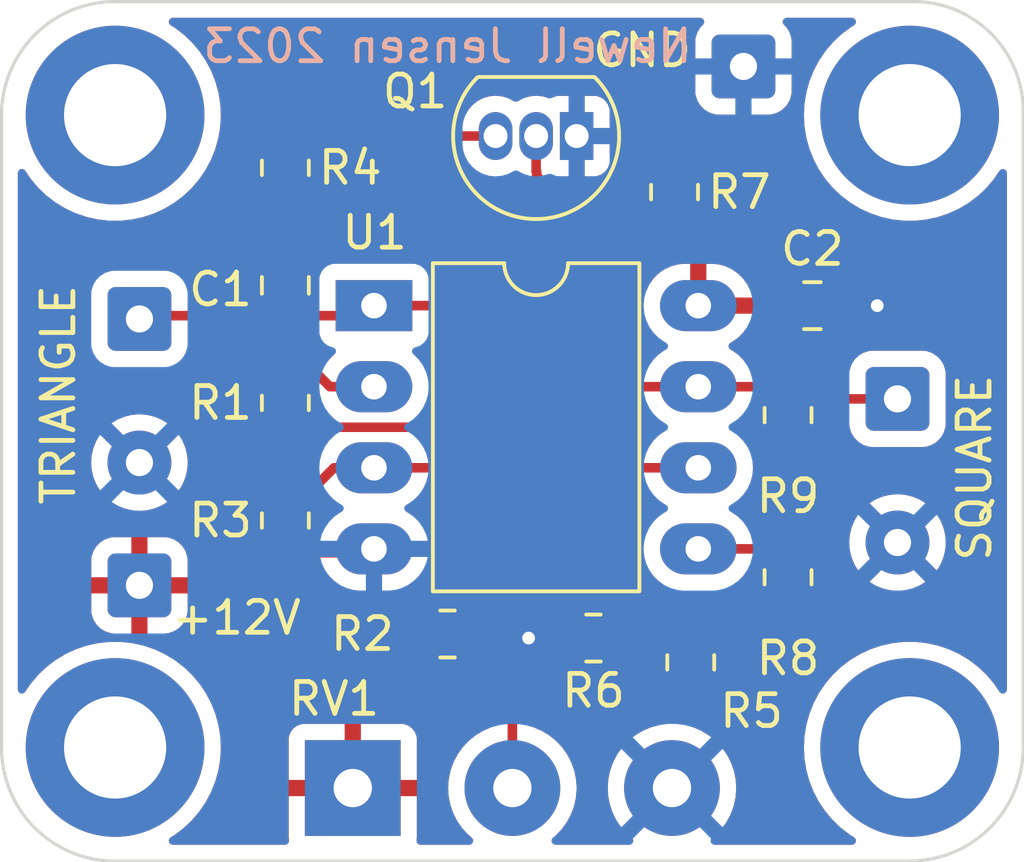
<source format=kicad_pcb>
(kicad_pcb (version 20211014) (generator pcbnew)
  (title_block (title "LM358 VCO") (date "2023-06-25") (company "Newell Jensen"))
  (layers (0 "F.Cu" signal) (31 "B.Cu" signal) (34 "B.Paste" user) (35 "F.Paste" user) (36 "B.SilkS" user "B.Silkscreen") (37 "F.SilkS" user "F.Silkscreen") (38 "B.Mask" user) (39 "F.Mask" user) (44 "Edge.Cuts" user))
  (net 0 "")
  (net 1 "Net-(C1-Pad1)")
  (net 2 "Net-(C1-Pad2)")
  (net 3 "GNDREF")
  (net 4 "Net-(J2-Pad1)")
  (net 5 "Net-(Q1-Pad2)")
  (net 6 "Net-(Q1-Pad3)")
  (net 7 "Net-(R1-Pad1)")
  (net 8 "Net-(R2-Pad2)")
  (net 9 "Net-(R5-Pad1)")
  (net 10 "+12V")
  (net 11 "Net-(R8-Pad1)")
  (footprint "Connector_Wire:SolderWire-0.25sqmm_1x02_P4.5mm_D0.65mm_OD2mm" (layer "F.Cu") (at 116.967 65.659 -90)
    (fp_text reference "SQUARE" (at 2.159 -2.413 90) (layer "F.SilkS"))
    (fp_text value "Conn_Coaxial" hide)
    (pad "1" thru_hole roundrect locked (at 0 0 270) (size 2 2) (drill 0.85) (layers *.Cu *.Mask) (roundrect_rratio 0.125) (net 4 "Net-(J2-Pad1)"))
    (pad "2" thru_hole circle locked (at 4.5 0 270) (size 2 2) (drill 0.85) (layers *.Cu *.Mask) (net 3 "GNDREF"))
  )
  (footprint "MountingHole:MountingHole_3.2mm_M3_DIN965_Pad" (layer "F.Cu") (at 92.456 76.581)
    (fp_text reference "REF**" hide)
    (fp_text value "MountingHole_3.2mm_M3_DIN965_Pad" hide)
    (pad "1" thru_hole circle locked (at 0 0) (size 5.6 5.6) (drill 3.2) (layers *.Cu *.Mask))
  )
  (footprint "Resistor_SMD:R_0805_2012Metric" (layer "F.Cu") (at 113.538 66.167 90)
    (fp_text reference "R9" (at -2.54 0) (layer "F.SilkS"))
    (fp_text value "100k" hide)
    (fp_line (start -0.227064 0.735) (end 0.227064 0.735) (layer "F.SilkS") (width 0.12))
    (fp_line (start -0.227064 -0.735) (end 0.227064 -0.735) (layer "F.SilkS") (width 0.12))
    (pad "1" smd roundrect locked (at -0.9125 0 90) (size 1.025 1.4) (layers "F.Cu" "F.Paste" "F.Mask") (roundrect_rratio 0.243902439) (net 11 "Net-(R8-Pad1)"))
    (pad "2" smd roundrect locked (at 0.9125 0 90) (size 1.025 1.4) (layers "F.Cu" "F.Paste" "F.Mask") (roundrect_rratio 0.243902439) (net 4 "Net-(J2-Pad1)"))
  )
  (footprint "Connector_Wire:SolderWire-0.25sqmm_1x01_D0.65mm_OD2mm" (layer "F.Cu") (at 93.218 71.501 180)
    (fp_text reference "+12V" (at -3.048 -1.016 180) (layer "F.SilkS"))
    (fp_text value "Conn_01x01" hide)
    (pad "1" thru_hole roundrect locked (at 0 0 180) (size 2 2) (drill 0.85) (layers *.Cu *.Mask) (roundrect_rratio 0.125) (net 10 "+12V"))
  )
  (footprint "Resistor_SMD:R_0805_2012Metric" (layer "F.Cu") (at 102.87 73.025 180)
    (fp_text reference "R2" (at 2.667 0 180) (layer "F.SilkS"))
    (fp_text value "51k" hide)
    (fp_line (start -0.227064 0.735) (end 0.227064 0.735) (layer "F.SilkS") (width 0.12))
    (fp_line (start -0.227064 -0.735) (end 0.227064 -0.735) (layer "F.SilkS") (width 0.12))
    (pad "1" smd roundrect locked (at -0.9125 0 180) (size 1.025 1.4) (layers "F.Cu" "F.Paste" "F.Mask") (roundrect_rratio 0.243902439) (net 7 "Net-(R1-Pad1)"))
    (pad "2" smd roundrect locked (at 0.9125 0 180) (size 1.025 1.4) (layers "F.Cu" "F.Paste" "F.Mask") (roundrect_rratio 0.243902439) (net 8 "Net-(R2-Pad2)"))
  )
  (footprint "Resistor_SMD:R_0805_2012Metric" (layer "F.Cu") (at 109.982 59.182 -90)
    (fp_text reference "R7" (at 0 -2.032 180) (layer "F.SilkS"))
    (fp_text value "10k" hide)
    (fp_line (start -0.227064 0.735) (end 0.227064 0.735) (layer "F.SilkS") (width 0.12))
    (fp_line (start -0.227064 -0.735) (end 0.227064 -0.735) (layer "F.SilkS") (width 0.12))
    (pad "1" smd roundrect locked (at -0.9125 0 270) (size 1.025 1.4) (layers "F.Cu" "F.Paste" "F.Mask") (roundrect_rratio 0.243902439) (net 5 "Net-(Q1-Pad2)"))
    (pad "2" smd roundrect locked (at 0.9125 0 270) (size 1.025 1.4) (layers "F.Cu" "F.Paste" "F.Mask") (roundrect_rratio 0.243902439) (net 4 "Net-(J2-Pad1)"))
  )
  (footprint "Resistor_SMD:R_0805_2012Metric" (layer "F.Cu") (at 107.442 73.152)
    (fp_text reference "R6" (at 0 1.651) (layer "F.SilkS"))
    (fp_text value "100k" hide)
    (fp_line (start -0.227064 0.735) (end 0.227064 0.735) (layer "F.SilkS") (width 0.12))
    (fp_line (start -0.227064 -0.735) (end 0.227064 -0.735) (layer "F.SilkS") (width 0.12))
    (pad "1" smd roundrect locked (at -0.9125 0) (size 1.025 1.4) (layers "F.Cu" "F.Paste" "F.Mask") (roundrect_rratio 0.243902439) (net 3 "GNDREF"))
    (pad "2" smd roundrect locked (at 0.9125 0) (size 1.025 1.4) (layers "F.Cu" "F.Paste" "F.Mask") (roundrect_rratio 0.243902439) (net 9 "Net-(R5-Pad1)"))
  )
  (footprint "MountingHole:MountingHole_3.2mm_M3_DIN965_Pad" (layer "F.Cu") (at 92.456 56.769)
    (fp_text reference "REF**" hide)
    (fp_text value "MountingHole_3.2mm_M3_DIN965_Pad" hide)
    (pad "1" thru_hole circle locked (at 0 0) (size 5.6 5.6) (drill 3.2) (layers *.Cu *.Mask))
  )
  (footprint "Resistor_SMD:R_0805_2012Metric" (layer "F.Cu") (at 97.79 58.42 90)
    (fp_text reference "R4" (at 0 2.032 180) (layer "F.SilkS"))
    (fp_text value "49.9k" hide)
    (fp_line (start -0.227064 -0.735) (end 0.227064 -0.735) (layer "F.SilkS") (width 0.12))
    (fp_line (start -0.227064 0.735) (end 0.227064 0.735) (layer "F.SilkS") (width 0.12))
    (pad "1" smd roundrect locked (at -0.9125 0 90) (size 1.025 1.4) (layers "F.Cu" "F.Paste" "F.Mask") (roundrect_rratio 0.243902439) (net 1 "Net-(C1-Pad1)"))
    (pad "2" smd roundrect locked (at 0.9125 0 90) (size 1.025 1.4) (layers "F.Cu" "F.Paste" "F.Mask") (roundrect_rratio 0.243902439) (net 6 "Net-(Q1-Pad3)"))
  )
  (footprint "Potentiometer_THT:Potentiometer_Alps_RK163_Single_Horizontal" (layer "F.Cu") (at 99.902 77.851 90)
    (fp_text reference "RV1" (at 2.794 -0.588 180) (layer "F.SilkS"))
    (fp_text value "20k" hide)
    (pad "1" thru_hole rect (at 0 0 270) (size 3 3) (drill 1.2) (layers *.Cu *.Mask) (net 10 "+12V"))
    (pad "2" thru_hole circle (at 0 5 270) (size 3 3) (drill 1.2) (layers *.Cu *.Mask) (net 7 "Net-(R1-Pad1)"))
    (pad "3" thru_hole circle (at 0 10 270) (size 3 3) (drill 1.2) (layers *.Cu *.Mask) (net 3 "GNDREF"))
  )
  (footprint "MountingHole:MountingHole_3.2mm_M3_DIN965_Pad" (layer "F.Cu") (at 117.348 76.581)
    (fp_text reference "REF**" hide)
    (fp_text value "MountingHole_3.2mm_M3_DIN965_Pad" hide)
    (pad "1" thru_hole circle locked (at 0 0) (size 5.6 5.6) (drill 3.2) (layers *.Cu *.Mask))
  )
  (footprint "Capacitor_SMD:C_0805_2012Metric" (layer "F.Cu") (at 97.79 62.103 -90)
    (fp_text reference "C1" (at 0.127 2.032 180) (layer "F.SilkS"))
    (fp_text value "47nF" hide)
    (fp_line (start -0.261252 -0.735) (end 0.261252 -0.735) (layer "F.SilkS") (width 0.12))
    (fp_line (start -0.261252 0.735) (end 0.261252 0.735) (layer "F.SilkS") (width 0.12))
    (pad "1" smd roundrect locked (at -0.95 0 270) (size 1 1.45) (layers "F.Cu" "F.Paste" "F.Mask") (net 1 "Net-(C1-Pad1)"))
    (pad "2" smd roundrect locked (at 0.95 0 270) (size 1 1.45) (layers "F.Cu" "F.Paste" "F.Mask") (net 2 "Net-(C1-Pad2)"))
  )
  (footprint "Resistor_SMD:R_0805_2012Metric" (layer "F.Cu") (at 97.79 69.469 90)
    (fp_text reference "R3" (at 0 -2.032 180) (layer "F.SilkS"))
    (fp_text value "51k" hide)
    (fp_line (start -0.227064 -0.735) (end 0.227064 -0.735) (layer "F.SilkS") (width 0.12))
    (fp_line (start -0.227064 0.735) (end 0.227064 0.735) (layer "F.SilkS") (width 0.12))
    (pad "1" smd roundrect locked (at -0.9125 0 90) (size 1.025 1.4) (layers "F.Cu" "F.Paste" "F.Mask") (roundrect_rratio 0.243902439) (net 3 "GNDREF"))
    (pad "2" smd roundrect locked (at 0.9125 0 90) (size 1.025 1.4) (layers "F.Cu" "F.Paste" "F.Mask") (roundrect_rratio 0.243902439) (net 8 "Net-(R2-Pad2)"))
  )
  (footprint "MountingHole:MountingHole_3.2mm_M3_DIN965_Pad" (layer "F.Cu") (at 117.348 56.769)
    (fp_text reference "REF**" hide)
    (fp_text value "MountingHole_3.2mm_M3_DIN965_Pad" hide)
    (pad "1" thru_hole circle locked (at 0 0) (size 5.6 5.6) (drill 3.2) (layers *.Cu *.Mask))
  )
  (footprint "Resistor_SMD:R_0805_2012Metric" (layer "F.Cu") (at 110.49 73.914 -90)
    (fp_text reference "R5" (at 1.524 -1.905 180) (layer "F.SilkS"))
    (fp_text value "100k" hide)
    (fp_line (start -0.227064 -0.735) (end 0.227064 -0.735) (layer "F.SilkS") (width 0.12))
    (fp_line (start -0.227064 0.735) (end 0.227064 0.735) (layer "F.SilkS") (width 0.12))
    (pad "1" smd roundrect locked (at -0.9125 0 270) (size 1.025 1.4) (layers "F.Cu" "F.Paste" "F.Mask") (roundrect_rratio 0.243902439) (net 9 "Net-(R5-Pad1)"))
    (pad "2" smd roundrect locked (at 0.9125 0 270) (size 1.025 1.4) (layers "F.Cu" "F.Paste" "F.Mask") (roundrect_rratio 0.243902439) (net 10 "+12V"))
  )
  (footprint "Package_TO_SOT_THT:TO-92_Inline" (layer "F.Cu") (at 106.916 57.425 180)
    (fp_text reference "Q1" (at 5.062 1.397 180) (layer "F.SilkS"))
    (fp_text value "2N3904" hide)
    (fp_line (start -0.53 1.85) (end 3.07 1.85) (layer "F.SilkS") (width 0.12))
    (fp_arc (start -0.568478 1.838478) (mid -1.132087 -0.994977) (end 1.27 -2.6) (layer "F.SilkS") (width 0.12))
    (fp_arc (start 1.27 -2.6) (mid 3.672087 -0.994977) (end 3.108478 1.838478) (layer "F.SilkS") (width 0.12))
    (pad "1" thru_hole rect locked (at 0 0 180) (size 1.05 1.5) (drill 0.75) (layers *.Cu *.Mask) (net 3 "GNDREF"))
    (pad "2" thru_hole oval locked (at 1.27 0 180) (size 1.05 1.5) (drill 0.75) (layers *.Cu *.Mask) (net 5 "Net-(Q1-Pad2)"))
    (pad "3" thru_hole oval locked (at 2.54 0 180) (size 1.05 1.5) (drill 0.75) (layers *.Cu *.Mask) (net 6 "Net-(Q1-Pad3)"))
  )
  (footprint "Capacitor_SMD:C_0805_2012Metric" (layer "F.Cu") (at 114.3 62.738)
    (fp_text reference "C2" (at 0 -1.778) (layer "F.SilkS"))
    (fp_text value "0.1uF" hide)
    (fp_line (start -0.261252 -0.735) (end 0.261252 -0.735) (layer "F.SilkS") (width 0.12))
    (fp_line (start -0.261252 0.735) (end 0.261252 0.735) (layer "F.SilkS") (width 0.12))
    (pad "1" smd roundrect locked (at -0.95 0) (size 1 1.45) (layers "F.Cu" "F.Paste" "F.Mask") (net 10 "+12V"))
    (pad "2" smd roundrect locked (at 0.95 0) (size 1 1.45) (layers "F.Cu" "F.Paste" "F.Mask") (net 3 "GNDREF"))
  )
  (footprint "Resistor_SMD:R_0805_2012Metric" (layer "F.Cu") (at 97.79 65.786 90)
    (fp_text reference "R1" (at 0 -2.032 180) (layer "F.SilkS"))
    (fp_text value "100k" hide)
    (fp_line (start -0.227064 0.735) (end 0.227064 0.735) (layer "F.SilkS") (width 0.12))
    (fp_line (start -0.227064 -0.735) (end 0.227064 -0.735) (layer "F.SilkS") (width 0.12))
    (pad "1" smd roundrect locked (at -0.9125 0 90) (size 1.025 1.4) (layers "F.Cu" "F.Paste" "F.Mask") (roundrect_rratio 0.243902439) (net 7 "Net-(R1-Pad1)"))
    (pad "2" smd roundrect locked (at 0.9125 0 90) (size 1.025 1.4) (layers "F.Cu" "F.Paste" "F.Mask") (roundrect_rratio 0.243902439) (net 1 "Net-(C1-Pad1)"))
  )
  (footprint "Connector_Wire:SolderWire-0.25sqmm_1x01_D0.65mm_OD2mm" (layer "F.Cu") (at 112.141 55.245 180)
    (fp_text reference "GND" (at 3.175 0.508) (layer "F.SilkS"))
    (fp_text value "Conn_01x01" hide)
    (pad "1" thru_hole roundrect locked (at 0 0 180) (size 2 2) (drill 0.85) (layers *.Cu *.Mask) (roundrect_rratio 0.125) (net 3 "GNDREF"))
  )
  (footprint "Package_DIP:DIP-8_W10.16mm_LongPads" (layer "F.Cu") (at 100.566 62.738)
    (fp_text reference "U1" (at 0.018 -2.286) (layer "F.SilkS"))
    (fp_text value "LM358" hide)
    (fp_line (start 8.315 -1.33) (end 6.08 -1.33) (layer "F.SilkS") (width 0.12))
    (fp_line (start 8.315 8.95) (end 8.315 -1.33) (layer "F.SilkS") (width 0.12))
    (fp_line (start 1.845 8.95) (end 8.315 8.95) (layer "F.SilkS") (width 0.12))
    (fp_line (start 1.845 -1.33) (end 1.845 8.95) (layer "F.SilkS") (width 0.12))
    (fp_line (start 4.08 -1.33) (end 1.845 -1.33) (layer "F.SilkS") (width 0.12))
    (fp_arc (start 6.08 -1.33) (mid 5.08 -0.33) (end 4.08 -1.33) (layer "F.SilkS") (width 0.12))
    (pad "1" thru_hole rect locked (at 0 0) (size 2.4 1.6) (drill 0.8) (layers *.Cu *.Mask) (net 2 "Net-(C1-Pad2)"))
    (pad "2" thru_hole oval locked (at 0 2.54) (size 2.4 1.6) (drill 0.8) (layers *.Cu *.Mask) (net 1 "Net-(C1-Pad1)"))
    (pad "3" thru_hole oval locked (at 0 5.08) (size 2.4 1.6) (drill 0.8) (layers *.Cu *.Mask) (net 8 "Net-(R2-Pad2)"))
    (pad "4" thru_hole oval locked (at 0 7.62) (size 2.4 1.6) (drill 0.8) (layers *.Cu *.Mask) (net 3 "GNDREF"))
    (pad "5" thru_hole oval locked (at 10.16 7.62) (size 2.4 1.6) (drill 0.8) (layers *.Cu *.Mask) (net 11 "Net-(R8-Pad1)"))
    (pad "6" thru_hole oval locked (at 10.16 5.08) (size 2.4 1.6) (drill 0.8) (layers *.Cu *.Mask) (net 2 "Net-(C1-Pad2)"))
    (pad "7" thru_hole oval locked (at 10.16 2.54) (size 2.4 1.6) (drill 0.8) (layers *.Cu *.Mask) (net 4 "Net-(J2-Pad1)"))
    (pad "8" thru_hole oval locked (at 10.16 0) (size 2.4 1.6) (drill 0.8) (layers *.Cu *.Mask) (net 10 "+12V"))
  )
  (footprint "Resistor_SMD:R_0805_2012Metric" (layer "F.Cu") (at 113.538 71.247 -90)
    (fp_text reference "R8" (at 2.54 0 180) (layer "F.SilkS"))
    (fp_text value "51k" hide)
    (fp_line (start -0.227064 -0.735) (end 0.227064 -0.735) (layer "F.SilkS") (width 0.12))
    (fp_line (start -0.227064 0.735) (end 0.227064 0.735) (layer "F.SilkS") (width 0.12))
    (pad "1" smd roundrect locked (at -0.9125 0 270) (size 1.025 1.4) (layers "F.Cu" "F.Paste" "F.Mask") (roundrect_rratio 0.243902439) (net 11 "Net-(R8-Pad1)"))
    (pad "2" smd roundrect locked (at 0.9125 0 270) (size 1.025 1.4) (layers "F.Cu" "F.Paste" "F.Mask") (roundrect_rratio 0.243902439) (net 9 "Net-(R5-Pad1)"))
  )
  (footprint "Connector_Wire:SolderWire-0.25sqmm_1x02_P4.5mm_D0.65mm_OD2mm" (layer "F.Cu") (at 93.218 63.155 -90)
    (fp_text reference "TRIANGLE" (at 2.377 2.54 -90) (layer "F.SilkS"))
    (fp_text value "Conn_Coaxial" hide)
    (pad "1" thru_hole roundrect locked (at 0 0 270) (size 2 2) (drill 0.85) (layers *.Cu *.Mask) (roundrect_rratio 0.125) (net 2 "Net-(C1-Pad2)"))
    (pad "2" thru_hole circle locked (at 4.5 0 270) (size 2 2) (drill 0.85) (layers *.Cu *.Mask) (net 3 "GNDREF"))
  )
  (gr_arc (start 120.904 76.581) (mid 119.862472 79.095472) (end 117.348 80.137) (layer "Edge.Cuts") (width 0.1))
  (gr_arc (start 117.475 53.213) (mid 119.899669 54.217331) (end 120.904 56.642) (layer "Edge.Cuts") (width 0.1))
  (gr_line (start 92.329 80.137) (end 117.348 80.137) (layer "Edge.Cuts") (width 0.1))
  (gr_arc (start 92.329 80.137) (mid 89.894436 79.053346) (end 88.9 76.581) (layer "Edge.Cuts") (width 0.1))
  (gr_line (start 120.904 56.642) (end 120.904 76.581) (layer "Edge.Cuts") (width 0.1))
  (gr_line (start 88.9 56.642) (end 88.9 76.581) (layer "Edge.Cuts") (width 0.1))
  (gr_arc (start 88.9 56.642) (mid 89.985362 54.209209) (end 92.456 53.213) (layer "Edge.Cuts") (width 0.1))
  (gr_line (start 92.456 53.213) (end 117.475 53.213) (layer "Edge.Cuts") (width 0.1))
  (gr_text "Newell Jensen 2023" (at 102.87 54.61) (layer "B.SilkS") (effects (font (size 1 1)) (justify mirror)))
  (segment (start 97.5125 64.77) (end 97.79 64.4925) (width 0.3) (layer "F.Cu") (net 1))
  (segment (start 97.79 64.4925) (end 97.7665 64.516) (width 0.3) (layer "F.Cu") (net 1))
  (segment (start 92.136 61.153) (end 97.79 61.153) (width 0.3) (layer "F.Cu") (net 1))
  (segment (start 91.44 61.849) (end 92.136 61.153) (width 0.3) (layer "F.Cu") (net 1))
  (segment (start 91.44 64.389) (end 91.44 61.849) (width 0.3) (layer "F.Cu") (net 1))
  (segment (start 97.79 64.8735) (end 98.7825 64.8735) (width 0.3) (layer "F.Cu") (net 1))
  (segment (start 98.7825 64.8735) (end 99.187 65.278) (width 0.3) (layer "F.Cu") (net 1))
  (segment (start 91.9245 64.8735) (end 91.44 64.389) (width 0.3) (layer "F.Cu") (net 1))
  (segment (start 97.79 64.8735) (end 91.9245 64.8735) (width 0.3) (layer "F.Cu") (net 1))
  (segment (start 97.79 61.153) (end 97.79 59.3325) (width 0.3) (layer "F.Cu") (net 1))
  (segment (start 99.187 65.278) (end 100.566 65.278) (width 0.3) (layer "F.Cu") (net 1))
  (segment (start 93.32 63.053) (end 93.218 63.155) (width 0.3) (layer "F.Cu") (net 2))
  (segment (start 108.077 67.818) (end 110.726 67.818) (width 0.3) (layer "F.Cu") (net 2))
  (segment (start 97.79 63.053) (end 100.251 63.053) (width 0.3) (layer "F.Cu") (net 2))
  (segment (start 100.566 62.738) (end 102.997 62.738) (width 0.3) (layer "F.Cu") (net 2))
  (segment (start 102.997 62.738) (end 108.077 67.818) (width 0.3) (layer "F.Cu") (net 2))
  (segment (start 97.79 63.053) (end 93.32 63.053) (width 0.3) (layer "F.Cu") (net 2))
  (segment (start 100.251 63.053) (end 100.566 62.738) (width 0.3) (layer "F.Cu") (net 2))
  (segment (start 100.5425 70.3815) (end 100.566 70.358) (width 0.5) (layer "F.Cu") (net 3))
  (segment (start 115.25 62.738) (end 116.332 62.738) (width 0.5) (layer "F.Cu") (net 3))
  (segment (start 97.79 70.3815) (end 100.5425 70.3815) (width 0.5) (layer "F.Cu") (net 3))
  (segment (start 106.5295 73.152) (end 105.41 73.152) (width 0.5) (layer "F.Cu") (net 3))
  (via (at 116.332 62.738) (size 0.8) (drill 0.4) (layers "F.Cu" "B.Cu") (net 3))
  (via (at 105.41 73.152) (size 0.8) (drill 0.4) (layers "F.Cu" "B.Cu") (net 3))
  (segment (start 108.839 65.278) (end 108.204 64.643) (width 0.3) (layer "F.Cu") (net 4))
  (segment (start 115.189 65.659) (end 114.7845 65.2545) (width 0.3) (layer "F.Cu") (net 4))
  (segment (start 110.726 65.278) (end 113.5145 65.278) (width 0.3) (layer "F.Cu") (net 4))
  (segment (start 108.204 60.706) (end 108.8155 60.0945) (width 0.3) (layer "F.Cu") (net 4))
  (segment (start 108.8155 60.0945) (end 109.982 60.0945) (width 0.3) (layer "F.Cu") (net 4))
  (segment (start 108.204 64.643) (end 108.204 60.706) (width 0.3) (layer "F.Cu") (net 4))
  (segment (start 116.967 65.659) (end 115.189 65.659) (width 0.3) (layer "F.Cu") (net 4))
  (segment (start 110.726 65.278) (end 108.839 65.278) (width 0.3) (layer "F.Cu") (net 4))
  (segment (start 114.7845 65.2545) (end 113.538 65.2545) (width 0.3) (layer "F.Cu") (net 4))
  (segment (start 105.646 58.529) (end 105.646 57.425) (width 0.3) (layer "F.Cu") (net 5))
  (segment (start 108.8625 58.2695) (end 108.077 59.055) (width 0.3) (layer "F.Cu") (net 5))
  (segment (start 108.077 59.055) (end 106.045 59.055) (width 0.3) (layer "F.Cu") (net 5))
  (segment (start 106.045 59.055) (end 105.664 58.674) (width 0.3) (layer "F.Cu") (net 5))
  (segment (start 109.982 58.2695) (end 108.8625 58.2695) (width 0.3) (layer "F.Cu") (net 5))
  (segment (start 105.664 58.674) (end 105.664 58.547) (width 0.3) (layer "F.Cu") (net 5))
  (segment (start 105.664 58.547) (end 105.646 58.529) (width 0.3) (layer "F.Cu") (net 5))
  (segment (start 97.8725 57.425) (end 104.376 57.425) (width 0.3) (layer "F.Cu") (net 6))
  (segment (start 97.79 57.5075) (end 97.8725 57.425) (width 0.3) (layer "F.Cu") (net 6))
  (segment (start 103.7825 74.4455) (end 104.902 75.565) (width 0.3) (layer "F.Cu") (net 7))
  (segment (start 98.9095 66.6985) (end 99.06 66.548) (width 0.3) (layer "F.Cu") (net 7))
  (segment (start 103.7825 73.025) (end 103.7825 74.4455) (width 0.3) (layer "F.Cu") (net 7))
  (segment (start 103.7825 67.7145) (end 103.7825 73.025) (width 0.3) (layer "F.Cu") (net 7))
  (segment (start 99.06 66.548) (end 102.616 66.548) (width 0.3) (layer "F.Cu") (net 7))
  (segment (start 104.902 75.565) (end 104.902 77.851) (width 0.3) (layer "F.Cu") (net 7))
  (segment (start 102.616 66.548) (end 103.7825 67.7145) (width 0.3) (layer "F.Cu") (net 7))
  (segment (start 97.79 66.6985) (end 98.9095 66.6985) (width 0.3) (layer "F.Cu") (net 7))
  (segment (start 99.314 67.818) (end 100.566 67.818) (width 0.3) (layer "F.Cu") (net 8))
  (segment (start 98.5755 68.5565) (end 99.314 67.818) (width 0.3) (layer "F.Cu") (net 8))
  (segment (start 102.87 68.199) (end 102.87 71.12) (width 0.3) (layer "F.Cu") (net 8))
  (segment (start 97.79 68.5565) (end 98.5755 68.5565) (width 0.3) (layer "F.Cu") (net 8))
  (segment (start 101.9575 72.0325) (end 101.9575 73.025) (width 0.3) (layer "F.Cu") (net 8))
  (segment (start 100.566 67.818) (end 102.489 67.818) (width 0.3) (layer "F.Cu") (net 8))
  (segment (start 102.87 71.12) (end 101.9575 72.0325) (width 0.3) (layer "F.Cu") (net 8))
  (segment (start 102.489 67.818) (end 102.87 68.199) (width 0.3) (layer "F.Cu") (net 8))
  (segment (start 110.49 73.0015) (end 108.505 73.0015) (width 0.3) (layer "F.Cu") (net 9))
  (segment (start 113.538 72.1595) (end 111.332 72.1595) (width 0.3) (layer "F.Cu") (net 9))
  (segment (start 111.332 72.1595) (end 110.49 73.0015) (width 0.3) (layer "F.Cu") (net 9))
  (segment (start 108.505 73.0015) (end 108.3545 73.152) (width 0.3) (layer "F.Cu") (net 9))
  (segment (start 113.538 70.3345) (end 113.538 67.0795) (width 0.3) (layer "F.Cu") (net 11))
  (segment (start 110.726 70.358) (end 113.5145 70.358) (width 0.3) (layer "F.Cu") (net 11))
  (segment (start 113.5145 70.358) (end 113.538 70.3345) (width 0.3) (layer "F.Cu") (net 11))
  (zone (net 10) (net_name "+12V") (layer "F.Cu") (connect_pads (clearance 0.508)) (min_thickness 0.254) (fill yes (thermal_gap 0.508) (thermal_bridge_width 0.508))
    (polygon (pts (xy 120.904 80.137) (xy 88.9 80.137) (xy 88.9 53.213) (xy 120.904 53.213)))
  )
  (zone (net 3) (net_name "GNDREF") (layer "B.Cu") (connect_pads (clearance 0.508)) (min_thickness 0.254) (fill yes (thermal_gap 0.508) (thermal_bridge_width 0.508))
    (polygon (pts (xy 120.904 80.137) (xy 88.9 80.137) (xy 88.9 53.213) (xy 120.904 53.213)))
  )
)
</source>
